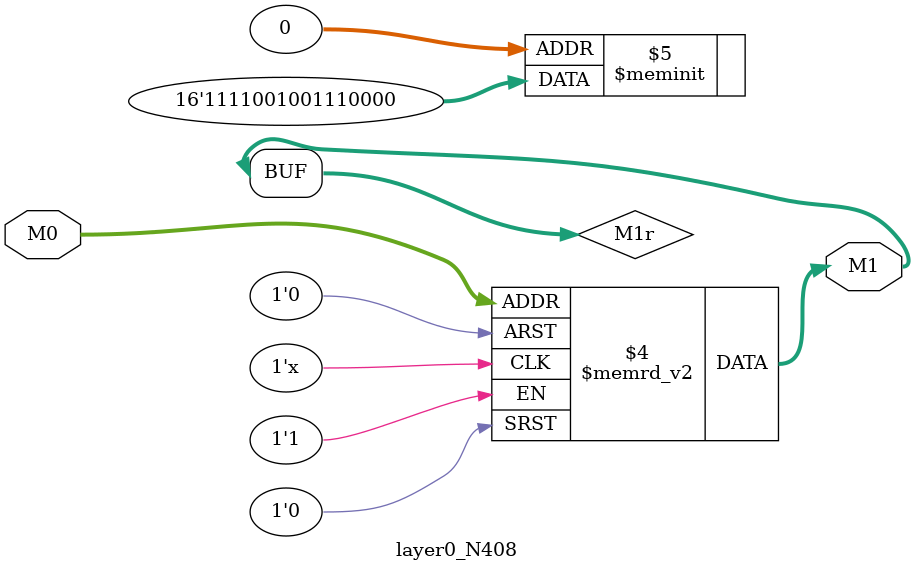
<source format=v>
module layer0_N408 ( input [2:0] M0, output [1:0] M1 );

	(*rom_style = "distributed" *) reg [1:0] M1r;
	assign M1 = M1r;
	always @ (M0) begin
		case (M0)
			3'b000: M1r = 2'b00;
			3'b100: M1r = 2'b10;
			3'b010: M1r = 2'b11;
			3'b110: M1r = 2'b11;
			3'b001: M1r = 2'b00;
			3'b101: M1r = 2'b00;
			3'b011: M1r = 2'b01;
			3'b111: M1r = 2'b11;

		endcase
	end
endmodule

</source>
